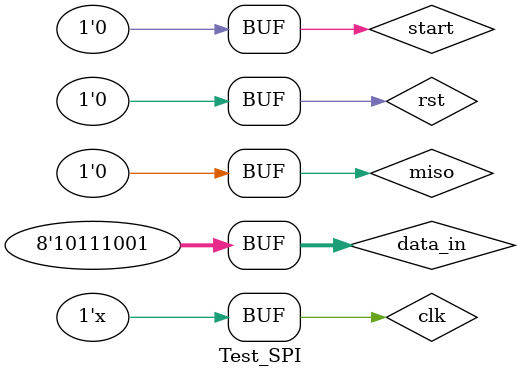
<source format=v>
`timescale 1ns / 1ps

module Test_SPI;

	// Inputs
	reg clk;
	reg rst;
	reg miso;
	reg start;
	reg [7:0] data_in;

	// Outputs
	wire mosi;
	wire sck;
	wire [7:0] data_out;
	wire busy;
	wire new_data;

	// Instantiate the Unit Under Test (UUT)
	SPI uut (
		.clk(clk), 
		.rst(rst), 
		.miso(miso), 
		.mosi(mosi), 
		.sck(sck), 
		.start(start), 
		.data_in(data_in), 
		.data_out(data_out), 
		.busy(busy), 
		.new_data(new_data)
	);
	
	always begin
		#10 clk = ~clk;
	end

	initial begin
		// Initialize Inputs
		clk = 0;
		rst = 1;
		miso = 0;
		start = 0;
		data_in = 0;

		// Wait 100 ns for global reset to finish
		#100;
        
		// Add stimulus here
		rst = 0;
		#10;
		
		data_in = 8'b10111001;
		start = 1;
		
		#10;
		start = 0;
	end
      
endmodule


</source>
